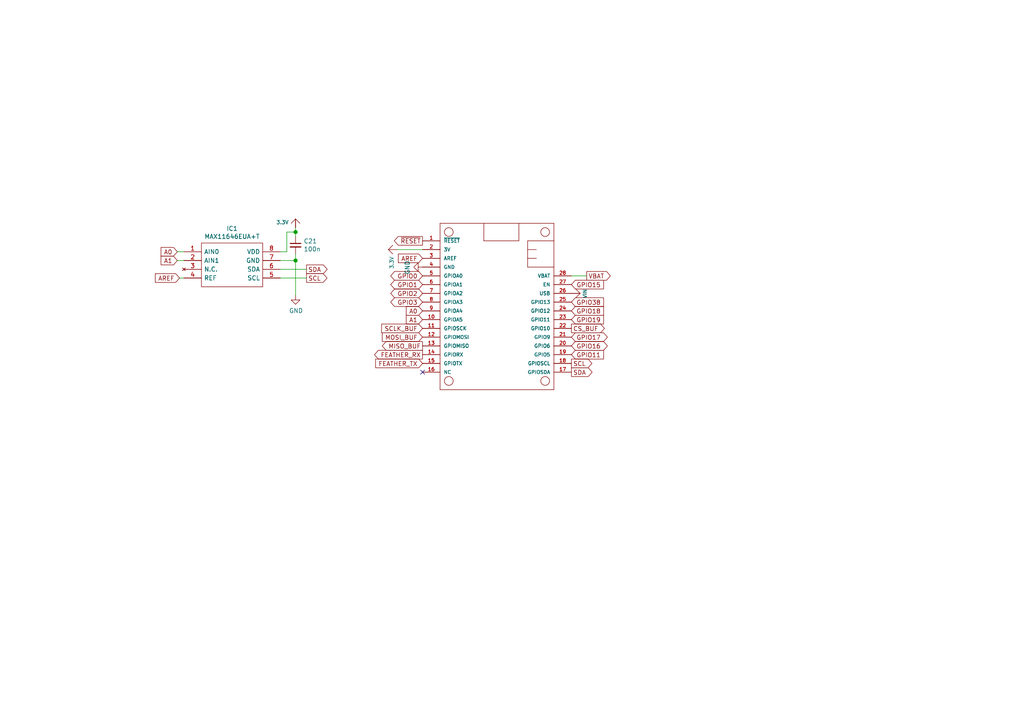
<source format=kicad_sch>
(kicad_sch (version 20201015) (generator eeschema)
  (page 1 6)
  (paper "A4")
  (lib_symbols
    (symbol "Device:C_Small" (pin_numbers hide) (pin_names (offset 0.254) hide)
      (property "Reference" "C" (at 0.254 1.778 0))
      (property "Value" "C_Small" (at 0.254 -2.032 0))
      (symbol "C_Small_0_1"
        (polyline (pts (xy -1.524 -0.508) (xy 1.524 -0.508)) (stroke (width 0.3302)))
        (polyline (pts (xy -1.524 0.508) (xy 1.524 0.508)) (stroke (width 0.3048)))
      )
      (symbol "C_Small_1_1"
        (pin passive line (at 0 2.54 270) (length 2.032) (name "~") (number "1"))
        (pin passive line (at 0 -2.54 90) (length 2.032) (name "~") (number "2"))
      )
    )
    (symbol "MAX11646EUA+T:MAX11646EUA+T" (pin_names (offset 0.762))
      (property "Reference" "IC" (at 24.13 7.62 0))
      (property "Value" "MAX11646EUA+T" (at 24.13 5.08 0))
      (symbol "MAX11646EUA+T_0_1"
        (polyline (pts (xy 5.08 2.54) (xy 22.86 2.54) (xy 22.86 -10.16) (xy 5.08 -10.16) (xy 5.08 2.54)) (stroke (width 0.1524)))
      )
      (symbol "MAX11646EUA+T_0_0"
        (pin unspecified line (at 0 0 0) (length 5.08) (name "AIN0") (number "1"))
        (pin unspecified line (at 0 -2.54 0) (length 5.08) (name "AIN1") (number "2"))
        (pin unconnected line (at 0 -5.08 0) (length 5.08) (name "N.C.") (number "3"))
        (pin unspecified line (at 0 -7.62 0) (length 5.08) (name "REF") (number "4"))
        (pin unspecified line (at 27.94 -7.62 180) (length 5.08) (name "SCL") (number "5"))
        (pin unspecified line (at 27.94 -5.08 180) (length 5.08) (name "SDA") (number "6"))
        (pin unspecified line (at 27.94 -2.54 180) (length 5.08) (name "GND") (number "7"))
        (pin unspecified line (at 27.94 0 180) (length 5.08) (name "VDD") (number "8"))
      )
    )
    (symbol "Omega2-IO-Power-eagle-import:3.3V" (power) (pin_names (offset 1.016))
      (property "Value" "3.3V" (at -1.524 1.016 0))
      (symbol "3.3V_1_0"
        (polyline (pts (xy -1.27 -1.27) (xy 0 0)))
        (polyline (pts (xy 0 0) (xy 1.27 -1.27)))
        (pin power_in line (at 0 -2.54 90) (length 2.54) (name "3.3V") (number "1"))
      )
    )
    (symbol "Omega2-IO-Power-eagle-import:VIN" (power) (pin_names (offset 1.016))
      (property "Value" "VIN" (at -1.524 1.016 0))
      (symbol "VIN_1_0"
        (polyline (pts (xy -1.27 -1.27) (xy 0 0)))
        (polyline (pts (xy 0 0) (xy 1.27 -1.27)))
        (pin power_in line (at 0 -2.54 90) (length 2.54) (name "VIN") (number "1"))
      )
    )
    (symbol "adafruit_featherwing:ADAFRUIT_FEATHERWING" (pin_names (offset 1.016))
      (symbol "ADAFRUIT_FEATHERWING_1_1"
        (circle (center 2.54 2.54) (radius 1.27))
        (circle (center 2.54 30.48) (radius 1.27))
        (circle (center 45.72 2.54) (radius 1.27))
        (circle (center 45.72 30.48) (radius 1.27))
        (pin input line (at 5.08 -5.08 90) (length 5.08) (name "~RESET") (number "1"))
        (pin bidirectional line (at 27.94 -5.08 90) (length 5.08) (name "GPIOA5") (number "10"))
        (pin bidirectional line (at 30.48 -5.08 90) (length 5.08) (name "GPIOSCK") (number "11"))
        (pin bidirectional line (at 33.02 -5.08 90) (length 5.08) (name "GPIOMOSI") (number "12"))
        (pin bidirectional line (at 35.56 -5.08 90) (length 5.08) (name "GPIOMISO") (number "13"))
        (pin bidirectional line (at 38.1 -5.08 90) (length 5.08) (name "GPIORX") (number "14"))
        (pin bidirectional line (at 40.64 -5.08 90) (length 5.08) (name "GPIOTX") (number "15"))
        (pin passive line (at 43.18 -5.08 90) (length 5.08) (name "NC") (number "16"))
        (pin bidirectional line (at 43.18 38.1 270) (length 5.08) (name "GPIOSDA") (number "17"))
        (pin bidirectional line (at 40.64 38.1 270) (length 5.08) (name "GPIOSCL") (number "18"))
        (pin bidirectional line (at 38.1 38.1 270) (length 5.08) (name "GPIO5") (number "19"))
        (pin power_in line (at 7.62 -5.08 90) (length 5.08) (name "3V") (number "2"))
        (pin bidirectional line (at 35.56 38.1 270) (length 5.08) (name "GPIO6") (number "20"))
        (pin bidirectional line (at 33.02 38.1 270) (length 5.08) (name "GPIO9") (number "21"))
        (pin bidirectional line (at 30.48 38.1 270) (length 5.08) (name "GPIO10") (number "22"))
        (pin bidirectional line (at 27.94 38.1 270) (length 5.08) (name "GPIO11") (number "23"))
        (pin bidirectional line (at 25.4 38.1 270) (length 5.08) (name "GPIO12") (number "24"))
        (pin bidirectional line (at 22.86 38.1 270) (length 5.08) (name "GPIO13") (number "25"))
        (pin power_in line (at 20.32 38.1 270) (length 5.08) (name "USB") (number "26"))
        (pin passive line (at 17.78 38.1 270) (length 5.08) (name "EN") (number "27"))
        (pin power_out line (at 15.24 38.1 270) (length 5.08) (name "VBAT") (number "28"))
        (pin passive line (at 10.16 -5.08 90) (length 5.08) (name "AREF") (number "3"))
        (pin power_in line (at 12.7 -5.08 90) (length 5.08) (name "GND") (number "4"))
        (pin bidirectional line (at 15.24 -5.08 90) (length 5.08) (name "GPIOA0") (number "5"))
        (pin bidirectional line (at 17.78 -5.08 90) (length 5.08) (name "GPIOA1") (number "6"))
        (pin bidirectional line (at 20.32 -5.08 90) (length 5.08) (name "GPIOA2") (number "7"))
        (pin bidirectional line (at 22.86 -5.08 90) (length 5.08) (name "GPIOA3") (number "8"))
        (pin bidirectional line (at 25.4 -5.08 90) (length 5.08) (name "GPIOA4") (number "9"))
      )
      (symbol "ADAFRUIT_FEATHERWING_1_0"
        (polyline (pts (xy 0 0) (xy 48.26 0)))
        (polyline (pts (xy 0 12.7) (xy 0 0)))
        (polyline (pts (xy 0 22.86) (xy 0 12.7)))
        (polyline (pts (xy 0 22.86) (xy 5.08 22.86)))
        (polyline (pts (xy 0 33.02) (xy 0 22.86)))
        (polyline (pts (xy 5.08 12.7) (xy 0 12.7)))
        (polyline (pts (xy 5.08 22.86) (xy 5.08 12.7)))
        (polyline (pts (xy 5.08 25.4) (xy 7.62 25.4)))
        (polyline (pts (xy 5.08 33.02) (xy 0 33.02)))
        (polyline (pts (xy 5.08 33.02) (xy 5.08 25.4)))
        (polyline (pts (xy 7.62 25.4) (xy 10.16 25.4)))
        (polyline (pts (xy 7.62 27.94) (xy 7.62 25.4)))
        (polyline (pts (xy 10.16 25.4) (xy 12.7 25.4)))
        (polyline (pts (xy 10.16 27.94) (xy 10.16 25.4)))
        (polyline (pts (xy 12.7 25.4) (xy 12.7 33.02)))
        (polyline (pts (xy 12.7 33.02) (xy 5.08 33.02)))
        (polyline (pts (xy 48.26 0) (xy 48.26 33.02)))
        (polyline (pts (xy 48.26 33.02) (xy 12.7 33.02)))
      )
    )
    (symbol "power:GND" (power) (pin_names (offset 0))
      (property "Value" "GND" (at 0 -3.81 0))
      (symbol "GND_0_1"
        (polyline (pts (xy 0 0) (xy 0 -1.27) (xy 1.27 -1.27) (xy 0 -2.54) (xy -1.27 -1.27) (xy 0 -1.27)))
      )
      (symbol "GND_1_1"
        (pin power_in line (at 0 0 270) (length 0) hide (name "GND") (number "1"))
      )
    )
  )
  (junction (at 85.725 67.31) (diameter 1.016))
  (junction (at 85.725 75.565) (diameter 1.016))
  (no_connect (at 122.555 107.95))
  (wire (pts (xy 52.07 80.645) (xy 53.34 80.645)))
  (wire (pts (xy 53.34 73.025) (xy 51.435 73.025)))
  (wire (pts (xy 53.34 75.565) (xy 51.435 75.565)))
  (wire (pts (xy 81.28 73.025) (xy 83.185 73.025)))
  (wire (pts (xy 81.28 75.565) (xy 85.725 75.565)))
  (wire (pts (xy 81.28 78.105) (xy 88.9 78.105)))
  (wire (pts (xy 81.28 80.645) (xy 88.9 80.645)))
  (wire (pts (xy 83.185 67.31) (xy 85.725 67.31)))
  (wire (pts (xy 83.185 73.025) (xy 83.185 67.31)))
  (wire (pts (xy 85.725 66.04) (xy 85.725 67.31)))
  (wire (pts (xy 85.725 67.31) (xy 85.725 68.58)))
  (wire (pts (xy 85.725 73.66) (xy 85.725 75.565)))
  (wire (pts (xy 85.725 75.565) (xy 85.725 85.725)))
  (wire (pts (xy 122.555 72.39) (xy 115.189 72.39)))
  (wire (pts (xy 165.735 80.01) (xy 170.18 80.01)))
  (global_label "A0" (shape input) (at 51.435 73.025 180))
  (global_label "A1" (shape input) (at 51.435 75.565 180))
  (global_label "AREF" (shape input) (at 52.07 80.645 180))
  (global_label "SDA" (shape output) (at 88.9 78.105 0))
  (global_label "SCL" (shape output) (at 88.9 80.645 0))
  (global_label "~RESET" (shape output) (at 122.555 69.85 180))
  (global_label "AREF" (shape input) (at 122.555 74.93 180))
  (global_label "GPIO0" (shape bidirectional) (at 122.555 80.01 180))
  (global_label "GPIO1" (shape bidirectional) (at 122.555 82.55 180))
  (global_label "GPIO2" (shape bidirectional) (at 122.555 85.09 180))
  (global_label "GPIO3" (shape bidirectional) (at 122.555 87.63 180))
  (global_label "A0" (shape input) (at 122.555 90.17 180))
  (global_label "A1" (shape input) (at 122.555 92.71 180))
  (global_label "SCLK_BUF" (shape input) (at 122.555 95.25 180))
  (global_label "MOSI_BUF" (shape input) (at 122.555 97.79 180))
  (global_label "MISO_BUF" (shape output) (at 122.555 100.33 180))
  (global_label "FEATHER_RX" (shape output) (at 122.555 102.87 180))
  (global_label "FEATHER_TX" (shape input) (at 122.555 105.41 180))
  (global_label "GPIO15" (shape input) (at 165.735 82.55 0))
  (global_label "GPIO38" (shape input) (at 165.735 87.63 0))
  (global_label "GPIO18" (shape input) (at 165.735 90.17 0))
  (global_label "GPIO19" (shape input) (at 165.735 92.71 0))
  (global_label "CS_BUF" (shape output) (at 165.735 95.25 0))
  (global_label "GPIO17" (shape bidirectional) (at 165.735 97.79 0))
  (global_label "GPIO16" (shape bidirectional) (at 165.735 100.33 0))
  (global_label "GPIO11" (shape input) (at 165.735 102.87 0))
  (global_label "SCL" (shape output) (at 165.735 105.41 0))
  (global_label "SDA" (shape output) (at 165.735 107.95 0))
  (global_label "VBAT" (shape output) (at 170.18 80.01 0))
  (symbol (lib_id "power:GND") (at 85.725 85.725 0) (unit 1)
    (property "Reference" "#PWR05" (effects hide))
    (property "Value" "GND" (at 85.852 90.1192 0))
  )
  (symbol (lib_id "power:GND") (at 122.555 77.47 270) (unit 1)
    (property "Reference" "#PWR0110" (effects hide))
    (property "Value" "GND" (at 118.1608 77.597 0))
  )
  (symbol (lib_id "Omega2-IO-Power-eagle-import:3.3V") (at 85.725 63.5 0) (unit 1)
    (property "Reference" "#01" (effects hide))
    (property "Value" "3.3V" (at 83.7438 64.4652 0) (effects (font (size 1.0668 1.0668)) (justify right)))
  )
  (symbol (lib_id "Omega2-IO-Power-eagle-import:3.3V") (at 112.649 72.39 90) (unit 1)
    (property "Reference" "#0103" (effects hide))
    (property "Value" "3.3V" (at 113.6142 74.3712 0) (effects (font (size 1.0668 1.0668)) (justify right)))
  )
  (symbol (lib_id "Omega2-IO-Power-eagle-import:VIN") (at 168.275 85.09 270) (unit 1)
    (property "Reference" "#0101010101" (effects hide))
    (property "Value" "VIN" (at 169.672 83.82 0) (effects (font (size 1.0668 1.0668)) (justify left)))
  )
  (symbol (lib_id "Device:C_Small") (at 85.725 71.12 0)
    (property "Reference" "C21" (at 88.0618 69.9516 0) (effects (justify left)))
    (property "Value" "100n" (at 88.0618 72.263 0) (effects (justify left)))
    (property "Footprint" "Capacitor_SMD:C_0603_1608Metric" (effects hide))
    (property "manf#" "C0603C104M4RAC" (effects hide))
  )
  (symbol (lib_id "MAX11646EUA+T:MAX11646EUA+T") (at 53.34 73.025 0) (unit 1)
    (property "Reference" "IC1" (at 67.31 66.294 0))
    (property "Value" "MAX11646EUA+T" (at 67.31 68.6054 0))
    (property "Footprint" "Package_SO:TSSOP-8_4.4x3mm_P0.65mm" (effects hide))
    (property "Datasheet" "https://datasheets.maximintegrated.com/en/ds/MAX11646-MAX11647.pdf" (effects hide))
    (property "Description" "Low-Power, 1-/2-Channel, I2C, 10-Bit ADCs  ADCs" (effects hide))
    (property "DigiKey Part Number" "MAX11646EUA+T-ND" (effects hide))
    (property "DigiKey Price/Stock" "https://www.digikey.co.uk/product-detail/en/maxim-integrated/MAX11646EUA-T/MAX11646EUA-T-ND/2279679" (effects hide))
    (property "Manufacturer_Name" "Maxim Integrated" (effects hide))
    (property "Manufacturer_Part_Number" "MAX11646EUA+T" (effects hide))
    (property "manf#" "MAX11646EUA+T" (effects hide))
  )
  (symbol (lib_id "adafruit_featherwing:ADAFRUIT_FEATHERWING") (at 127.635 64.77 270)
    (property "Reference" "MS1" (effects hide))
    (property "Value" "ADAFRUIT_FEATHERWING" (effects hide))
    (property "Footprint" "footprints:adafruit_featherwing" (effects hide))
    (property "DNP" "NA" (effects hide))
  )
)
</source>
